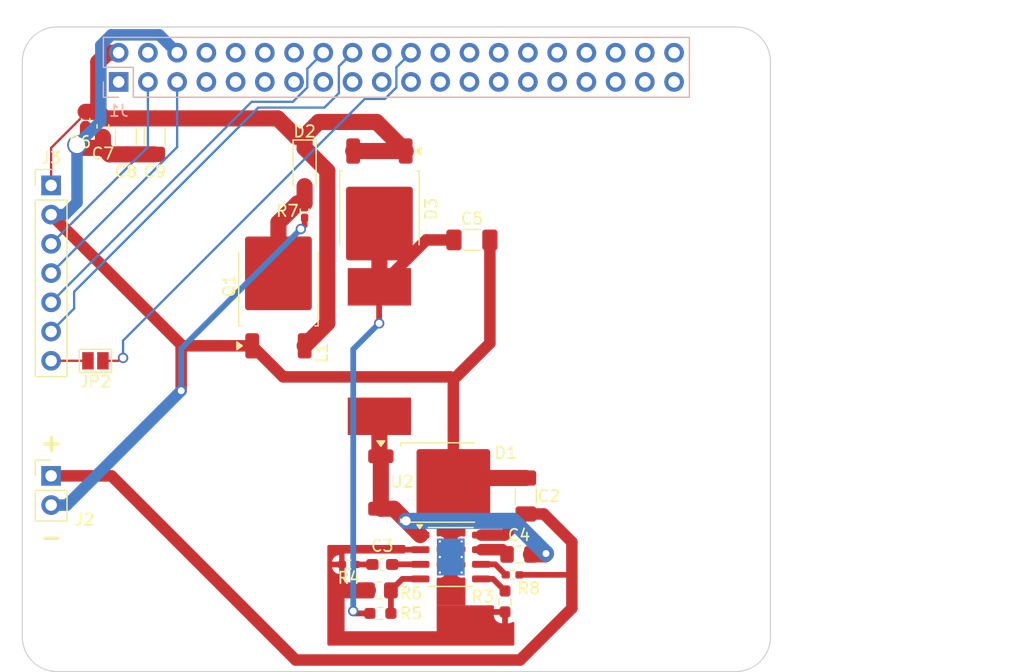
<source format=kicad_pcb>
(kicad_pcb (version 20241229) (generator "pcbnew") (generator_version "9.0")
  (title_block (date "15 nov 2012"))
  (layers (0 "F.Cu" signal) (2 "B.Cu" signal) (13 "F.Paste" user) (15 "B.Paste" user) (5 "F.SilkS" user "F.Silkscreen") (7 "B.SilkS" user "B.Silkscreen") (1 "F.Mask" user) (3 "B.Mask" user) (25 "Edge.Cuts" user))
  (net 0 "")
  (net 1 "GND")
  (net 2 "/GPIO2{slash}SDA1")
  (net 3 "/GPIO3{slash}SCL1")
  (net 4 "/GPIO4{slash}GPCLK0")
  (net 5 "/GPIO14{slash}TXD0")
  (net 6 "/GPIO15{slash}RXD0")
  (net 7 "/GPIO17")
  (net 8 "/GPIO18{slash}PCM.CLK")
  (net 9 "/GPIO27")
  (net 10 "/GPIO22")
  (net 11 "/GPIO23")
  (net 12 "/GPIO24")
  (net 13 "/GPIO10{slash}SPI0.MOSI")
  (net 14 "/GPIO9{slash}SPI0.MISO")
  (net 15 "/GPIO25")
  (net 16 "/GPIO11{slash}SPI0.SCLK")
  (net 17 "/GPIO8{slash}SPI0.CE0")
  (net 18 "/GPIO7{slash}SPI0.CE1")
  (net 19 "/ID_SDA")
  (net 20 "/ID_SCL")
  (net 21 "/GPIO5")
  (net 22 "/GPIO6")
  (net 23 "/GPIO12{slash}PWM0")
  (net 24 "/GPIO13{slash}PWM1")
  (net 25 "/GPIO19{slash}PCM.FS")
  (net 26 "/GPIO16")
  (net 27 "/GPIO26")
  (net 28 "/GPIO20{slash}PCM.DIN")
  (net 29 "/GPIO21{slash}PCM.DOUT")
  (net 30 "+5V")
  (net 31 "+3V3")
  (net 32 "Net-(J2-Pin_1)")
  (net 33 "Net-(C3-Pad2)")
  (net 34 "Net-(U2-VC)")
  (net 35 "Net-(D1-K)")
  (net 36 "Net-(U2-BST)")
  (net 37 "Net-(D2-A)")
  (net 38 "Net-(J3-Pin_7)")
  (net 39 "Net-(U2-RT)")
  (net 40 "Net-(U2-FB)")
  (net 41 "Net-(D3-A)")
  (net 42 "Net-(U2-EN)")
  (footprint "Resistor_SMD:R_0603_1608Metric_Pad0.98x0.95mm_HandSolder" (layer "F.Cu") (at 131.1125 94.95)
    (property "Reference" "R5" (at 2.6625 0 0) (layer "F.SilkS"))
    (property "Value" "3k")
    (fp_line (start -0.254724 -0.5225) (end 0.254724 -0.5225) (stroke (width 0.12)) (layer "F.SilkS"))
    (fp_line (start -0.254724 0.5225) (end 0.254724 0.5225) (stroke (width 0.12)) (layer "F.SilkS"))
    (pad "1" smd roundrect (at -0.9125 0) (size 0.975 0.95) (layers "F.Cu" "F.Mask" "F.Paste") (net 41 "Net-(D3-A)"))
    (pad "2" smd roundrect (at 0.9125 0) (size 0.975 0.95) (layers "F.Cu" "F.Mask" "F.Paste") (net 40 "Net-(U2-FB)"))
  )
  (footprint "MountingHole:MountingHole_2.7mm_M2.5" (layer "F.Cu") (at 149.5 84)
    (property "Reference" "REF**" (hide yes))
    (property "Value" "MountingHole_2.7mm_M2.5" (hide yes))
    (pad "" np_thru_hole circle (at 0 0) (size 2.7 2.7) (drill 2.7) (layers "*.Cu" "*.Mask"))
  )
  (footprint "MountingHole:MountingHole_2.7mm_M2.5" (layer "F.Cu") (at 161.5 47.5)
    (property "Reference" "MH2" (hide yes))
    (property "Value" "MountingHole_2.7mm_M2.5" (hide yes))
    (pad "" np_thru_hole circle (at 0 0) (size 2.7 2.7) (drill 2.7) (layers "*.Cu" "*.Mask"))
  )
  (footprint "Connector_PinHeader_2.54mm:PinHeader_1x02_P2.54mm_Vertical" (layer "F.Cu") (at 102.5 83)
    (property "Reference" "J2" (at 2.9 3.8 0) (layer "F.SilkS"))
    (property "Value" "12v")
    (fp_line (start -1.38 -1.38) (end 0 -1.38) (stroke (width 0.12)) (layer "F.SilkS"))
    (fp_line (start -1.38 0) (end -1.38 -1.38) (stroke (width 0.12)) (layer "F.SilkS"))
    (fp_line (start -1.38 1.27) (end -1.38 3.92) (stroke (width 0.12)) (layer "F.SilkS"))
    (fp_line (start -1.38 1.27) (end 1.38 1.27) (stroke (width 0.12)) (layer "F.SilkS"))
    (fp_line (start -1.38 3.92) (end 1.38 3.92) (stroke (width 0.12)) (layer "F.SilkS"))
    (fp_line (start 1.38 1.27) (end 1.38 3.92) (stroke (width 0.12)) (layer "F.SilkS"))
    (pad "1" thru_hole rect (at 0 0) (size 1.7 1.7) (drill 1) (layers "*.Cu" "*.Mask") (net 32 "Net-(J2-Pin_1)"))
    (pad "2" thru_hole circle (at 0 2.54) (size 1.7 1.7) (drill 1) (layers "*.Cu" "*.Mask") (net 1 "GND"))
  )
  (footprint "Capacitor_SMD:C_0402_1005Metric_Pad0.74x0.62mm_HandSolder" (layer "F.Cu") (at 105.5 52.07 -90)
    (property "Reference" "C6" (at 1.93 0.5 180) (layer "F.SilkS"))
    (property "Value" "0.1uF")
    (fp_line (start -0.115835 0.36) (end 0.115835 0.36) (stroke (width 0.12)) (layer "F.SilkS"))
    (fp_line (start -0.115835 -0.36) (end 0.115835 -0.36) (stroke (width 0.12)) (layer "F.SilkS"))
    (pad "1" smd roundrect (at -0.5675 0 270) (size 0.735 0.62) (layers "F.Cu" "F.Mask" "F.Paste") (net 30 "+5V"))
    (pad "2" smd roundrect (at 0.5675 0 270) (size 0.735 0.62) (layers "F.Cu" "F.Mask" "F.Paste") (net 1 "GND"))
  )
  (footprint "Resistor_SMD:R_0402_1005Metric_Pad0.72x0.64mm_HandSolder" (layer "F.Cu") (at 142.6 91.6 180)
    (property "Reference" "R8" (at -1.4075 -1.175 0) (layer "F.SilkS"))
    (property "Value" "100k")
    (fp_line (start -0.167621 0.38) (end 0.167621 0.38) (stroke (width 0.12)) (layer "F.SilkS"))
    (fp_line (start -0.167621 -0.38) (end 0.167621 -0.38) (stroke (width 0.12)) (layer "F.SilkS"))
    (pad "1" smd roundrect (at -0.5975 0 180) (size 0.715 0.64) (layers "F.Cu" "F.Mask" "F.Paste") (net 32 "Net-(J2-Pin_1)"))
    (pad "2" smd roundrect (at 0.5975 0 180) (size 0.715 0.64) (layers "F.Cu" "F.Mask" "F.Paste") (net 42 "Net-(U2-EN)"))
  )
  (footprint "Capacitor_SMD:C_1206_3216Metric_Pad1.33x1.80mm_HandSolder" (layer "F.Cu") (at 109 53.5 -90)
    (property "Reference" "C8" (at 3.0625 0 180) (layer "F.SilkS"))
    (property "Value" "10uF")
    (fp_line (start -0.711252 0.91) (end 0.711252 0.91) (stroke (width 0.12)) (layer "F.SilkS"))
    (fp_line (start -0.711252 -0.91) (end 0.711252 -0.91) (stroke (width 0.12)) (layer "F.SilkS"))
    (pad "1" smd roundrect (at -1.5625 0 270) (size 1.325 1.8) (layers "F.Cu" "F.Mask" "F.Paste") (roundrect_rratio 0.188679) (net 30 "+5V"))
    (pad "2" smd roundrect (at 1.5625 0 270) (size 1.325 1.8) (layers "F.Cu" "F.Mask" "F.Paste") (roundrect_rratio 0.188679) (net 1 "GND"))
  )
  (footprint "Resistor_SMD:R_0402_1005Metric_Pad0.72x0.64mm_HandSolder" (layer "F.Cu") (at 124.525 59.9775 -90)
    (property "Reference" "R7" (at 0 1.5 180) (layer "F.SilkS"))
    (property "Value" "1k")
    (fp_line (start -0.167621 0.38) (end 0.167621 0.38) (stroke (width 0.12)) (layer "F.SilkS"))
    (fp_line (start -0.167621 -0.38) (end 0.167621 -0.38) (stroke (width 0.12)) (layer "F.SilkS"))
    (pad "1" smd roundrect (at -0.5975 0 270) (size 0.715 0.64) (layers "F.Cu" "F.Mask" "F.Paste") (net 37 "Net-(D2-A)"))
    (pad "2" smd roundrect (at 0.5975 0 270) (size 0.715 0.64) (layers "F.Cu" "F.Mask" "F.Paste") (net 1 "GND"))
  )
  (footprint "Capacitor_SMD:C_0805_2012Metric_Pad1.18x1.45mm_HandSolder" (layer "F.Cu") (at 143.1525 89.825)
    (property "Reference" "C4" (at 0 -1.68 0) (layer "F.SilkS"))
    (property "Value" "0.1uF")
    (fp_line (start -0.261252 -0.735) (end 0.261252 -0.735) (stroke (width 0.12)) (layer "F.SilkS"))
    (fp_line (start -0.261252 0.735) (end 0.261252 0.735) (stroke (width 0.12)) (layer "F.SilkS"))
    (pad "1" smd roundrect (at -1.0375 0) (size 1.175 1.45) (layers "F.Cu" "F.Mask" "F.Paste") (roundrect_rratio 0.212766) (net 36 "Net-(U2-BST)"))
    (pad "2" smd roundrect (at 1.0375 0) (size 1.175 1.45) (layers "F.Cu" "F.Mask" "F.Paste") (roundrect_rratio 0.212766) (net 35 "Net-(D1-K)"))
  )
  (footprint "Package_TO_SOT_SMD:TO-252-2" (layer "F.Cu") (at 136.19 83.575)
    (property "Reference" "D1" (at 5.81 -2.575 0) (layer "F.SilkS"))
    (property "Value" "D_Schottky")
    (fp_line (start -3.31 -3.45) (end -3.31 -3.18) (stroke (width 0.12)) (layer "F.SilkS"))
    (fp_line (start -3.31 3.45) (end -3.31 3.18) (stroke (width 0.12)) (layer "F.SilkS"))
    (fp_line (start 3.11 -3.45) (end -3.31 -3.45) (stroke (width 0.12)) (layer "F.SilkS"))
    (fp_line (start 3.11 3.45) (end -3.31 3.45) (stroke (width 0.12)) (layer "F.SilkS"))
    (fp_poly (pts (xy -5.04 -3.14) (xy -5.38 -3.61) (xy -4.7 -3.61)) (stroke (width 0.12)) (fill yes) (layer "F.SilkS"))
    (pad "1" smd roundrect (at -5.04 -2.28) (size 2.2 1.2) (layers "F.Cu" "F.Mask" "F.Paste") (roundrect_rratio 0.208333) (net 35 "Net-(D1-K)"))
    (pad "2" smd roundrect (at 1.26 0) (size 6.4 5.8) (layers "F.Cu" "F.Mask") (roundrect_rratio 0.043103) (net 1 "GND"))
    (pad "3" smd roundrect (at -5.04 2.28) (size 2.2 1.2) (layers "F.Cu" "F.Mask" "F.Paste") (roundrect_rratio 0.208333))
  )
  (footprint "Diode_SMD:D_SOD-123" (layer "F.Cu") (at 124.525 56.175 -90)
    (property "Reference" "D2" (at -3.1 0 180) (layer "F.SilkS"))
    (property "Value" "D_Zener")
    (fp_line (start -2.36 1) (end 1.65 1) (stroke (width 0.12)) (layer "F.SilkS"))
    (fp_line (start -2.36 -1) (end -2.36 1) (stroke (width 0.12)) (layer "F.SilkS"))
    (fp_line (start -2.36 -1) (end 1.65 -1) (stroke (width 0.12)) (layer "F.SilkS"))
    (pad "1" smd roundrect (at -1.65 0 270) (size 0.9 1.2) (layers "F.Cu" "F.Mask" "F.Paste") (net 30 "+5V"))
    (pad "2" smd roundrect (at 1.65 0 270) (size 0.9 1.2) (layers "F.Cu" "F.Mask" "F.Paste") (net 37 "Net-(D2-A)"))
  )
  (footprint "Capacitor_SMD:C_0603_1608Metric_Pad1.08x0.95mm_HandSolder" (layer "F.Cu") (at 131.275 90.7 180)
    (property "Reference" "C3" (at 0 1.625 0) (layer "F.SilkS"))
    (property "Value" "6800pF")
    (fp_line (start -0.146267 0.51) (end 0.146267 0.51) (stroke (width 0.12)) (layer "F.SilkS"))
    (fp_line (start -0.146267 -0.51) (end 0.146267 -0.51) (stroke (width 0.12)) (layer "F.SilkS"))
    (pad "1" smd roundrect (at -0.8625 0 180) (size 1.075 0.95) (layers "F.Cu" "F.Mask" "F.Paste") (net 34 "Net-(U2-VC)"))
    (pad "2" smd roundrect (at 0.8625 0 180) (size 1.075 0.95) (layers "F.Cu" "F.Mask" "F.Paste") (net 33 "Net-(C3-Pad2)"))
  )
  (footprint "MountingHole:MountingHole_2.7mm_M2.5" (layer "F.Cu") (at 103.5 96.5)
    (property "Reference" "MH3" (hide yes))
    (property "Value" "MountingHole_2.7mm_M2.5" (hide yes))
    (pad "" np_thru_hole circle (at 0 0) (size 2.7 2.7) (drill 2.7) (layers "*.Cu" "*.Mask"))
  )
  (footprint "custom:125CDMCC Inductor" (layer "F.Cu") (at 131.025 72.325 90)
    (property "Reference" "L1" (at 0 -5 90) (layer "F.SilkS"))
    (property "Value" "33uH")
    (pad "1" smd rect (at -5.5 0 90) (size 3.25 5.5) (layers "F.Cu" "F.Mask" "F.Paste") (net 35 "Net-(D1-K)"))
    (pad "2" smd rect (at 5.75 0 90) (size 3.25 5.5) (layers "F.Cu" "F.Mask" "F.Paste") (net 41 "Net-(D3-A)"))
  )
  (footprint "Capacitor_SMD:C_0603_1608Metric_Pad1.08x0.95mm_HandSolder" (layer "F.Cu") (at 107 52.6375 -90)
    (property "Reference" "C7" (at 2.3625 0 180) (layer "F.SilkS"))
    (property "Value" "1uF")
    (fp_line (start -0.146267 0.51) (end 0.146267 0.51) (stroke (width 0.12)) (layer "F.SilkS"))
    (fp_line (start -0.146267 -0.51) (end 0.146267 -0.51) (stroke (width 0.12)) (layer "F.SilkS"))
    (pad "1" smd roundrect (at -0.8625 0 270) (size 1.075 0.95) (layers "F.Cu" "F.Mask" "F.Paste") (net 30 "+5V"))
    (pad "2" smd roundrect (at 0.8625 0 270) (size 1.075 0.95) (layers "F.Cu" "F.Mask" "F.Paste") (net 1 "GND"))
  )
  (footprint "MountingHole:MountingHole_2.7mm_M2.5" (layer "F.Cu") (at 103.5 47.5)
    (property "Reference" "MH1" (hide yes))
    (property "Value" "MountingHole_2.7mm_M2.5" (hide yes))
    (pad "" np_thru_hole circle (at 0 0) (size 2.7 2.7) (drill 2.7) (layers "*.Cu" "*.Mask"))
  )
  (footprint "Package_TO_SOT_SMD:TO-252-2" (layer "F.Cu") (at 131.025 59.815 -90)
    (property "Reference" "D3" (at 0 -4.5 90) (layer "F.SilkS"))
    (property "Value" "D_Schottky")
    (fp_line (start -3.31 3.45) (end -3.31 3.18) (stroke (width 0.12)) (layer "F.SilkS"))
    (fp_line (start 3.11 3.45) (end -3.31 3.45) (stroke (width 0.12)) (layer "F.SilkS"))
    (fp_line (start -3.31 -3.45) (end -3.31 -3.18) (stroke (width 0.12)) (layer "F.SilkS"))
    (fp_line (start 3.11 -3.45) (end -3.31 -3.45) (stroke (width 0.12)) (layer "F.SilkS"))
    (fp_poly (pts (xy -5.04 -3.14) (xy -5.38 -3.61) (xy -4.7 -3.61)) (stroke (width 0.12)) (fill yes) (layer "F.SilkS"))
    (pad "1" smd roundrect (at -5.04 -2.28 270) (size 2.2 1.2) (layers "F.Cu" "F.Mask" "F.Paste") (roundrect_rratio 0.208333) (net 30 "+5V"))
    (pad "2" smd roundrect (at 1.26 0 270) (size 6.4 5.8) (layers "F.Cu" "F.Mask") (roundrect_rratio 0.043103) (net 41 "Net-(D3-A)"))
    (pad "3" smd roundrect (at -5.04 2.28 270) (size 2.2 1.2) (layers "F.Cu" "F.Mask" "F.Paste") (roundrect_rratio 0.208333) (net 30 "+5V"))
  )
  (footprint "Package_TO_SOT_SMD:TO-252-2" (layer "F.Cu") (at 122.25 66.66 90)
    (property "Reference" "Q1" (at 0.185 -4.275 90) (layer "F.SilkS"))
    (property "Value" "2STD1665")
    (fp_line (start 3.11 -3.45) (end -3.31 -3.45) (stroke (width 0.12)) (layer "F.SilkS"))
    (fp_line (start -3.31 -3.45) (end -3.31 -3.18) (stroke (width 0.12)) (layer "F.SilkS"))
    (fp_line (start 3.11 3.45) (end -3.31 3.45) (stroke (width 0.12)) (layer "F.SilkS"))
    (fp_line (start -3.31 3.45) (end -3.31 3.18) (stroke (width 0.12)) (layer "F.SilkS"))
    (fp_poly (pts (xy -5.04 -3.14) (xy -5.38 -3.61) (xy -4.7 -3.61)) (stroke (width 0.12)) (fill yes) (layer "F.SilkS"))
    (pad "1" smd roundrect (at -5.04 -2.28 90) (size 2.2 1.2) (layers "F.Cu" "F.Mask" "F.Paste") (roundrect_rratio 0.208333) (net 1 "GND"))
    (pad "2" smd roundrect (at 1.26 0 90) (size 6.4 5.8) (layers "F.Cu" "F.Mask") (roundrect_rratio 0.043103) (net 37 "Net-(D2-A)"))
    (pad "3" smd roundrect (at -5.04 2.28 90) (size 2.2 1.2) (layers "F.Cu" "F.Mask" "F.Paste") (roundrect_rratio 0.208333) (net 30 "+5V"))
  )
  (footprint "MountingHole:MountingHole_2.7mm_M2.5" (layer "F.Cu") (at 115.5 60)
    (property "Reference" "REF**" (hide yes))
    (property "Value" "MountingHole_2.7mm_M2.5" (hide yes))
    (pad "" np_thru_hole circle (at 0 0) (size 2.7 2.7) (drill 2.7) (layers "*.Cu" "*.Mask"))
  )
  (footprint "Jumper:SolderJumper-2_P1.3mm_Open_Pad1.0x1.5mm" (layer "F.Cu") (at 106.35 73 180)
    (property "Reference" "JP2" (at 0 -1.8 0) (layer "F.SilkS"))
    (property "Value" "SolderJumper_2_Open")
    (fp_line (start 1.4 1) (end -1.4 1) (stroke (width 0.12)) (layer "F.SilkS"))
    (fp_line (start 1.4 -1) (end 1.4 1) (stroke (width 0.12)) (layer "F.SilkS"))
    (fp_line (start -1.4 1) (end -1.4 -1) (stroke (width 0.12)) (layer "F.SilkS"))
    (fp_line (start -1.4 -1) (end 1.4 -1) (stroke (width 0.12)) (layer "F.SilkS"))
    (pad "1" smd rect (at -0.65 0 180) (size 1 1.5) (layers "F.Cu" "F.Mask") (net 15 "/GPIO25"))
    (pad "2" smd rect (at 0.65 0 180) (size 1 1.5) (layers "F.Cu" "F.Mask") (net 38 "Net-(J3-Pin_7)"))
  )
  (footprint "Connector_PinHeader_2.54mm:PinHeader_1x07_P2.54mm_Vertical" (layer "F.Cu") (at 102.5 57.76)
    (property "Reference" "J3" (at 0 -2.38 0) (layer "F.SilkS"))
    (property "Value" "IMU")
    (fp_line (start -1.38 -1.38) (end 0 -1.38) (stroke (width 0.12)) (layer "F.SilkS"))
    (fp_line (start -1.38 0) (end -1.38 -1.38) (stroke (width 0.12)) (layer "F.SilkS"))
    (fp_line (start -1.38 1.27) (end -1.38 16.62) (stroke (width 0.12)) (layer "F.SilkS"))
    (fp_line (start -1.38 1.27) (end 1.38 1.27) (stroke (width 0.12)) (layer "F.SilkS"))
    (fp_line (start -1.38 16.62) (end 1.38 16.62) (stroke (width 0.12)) (layer "F.SilkS"))
    (fp_line (start 1.38 1.27) (end 1.38 16.62) (stroke (width 0.12)) (layer "F.SilkS"))
    (pad "1" thru_hole rect (at 0 0) (size 1.7 1.7) (drill 1) (layers "*.Cu" "*.Mask") (net 30 "+5V"))
    (pad "2" thru_hole circle (at 0 2.54) (size 1.7 1.7) (drill 1) (layers "*.Cu" "*.Mask") (net 1 "GND"))
    (pad "3" thru_hole circle (at 0 5.08) (size 1.7 1.7) (drill 1) (layers "*.Cu" "*.Mask") (net 2 "/GPIO2{slash}SDA1"))
    (pad "4" thru_hole circle (at 0 7.62) (size 1.7 1.7) (drill 1) (layers "*.Cu" "*.Mask") (net 3 "/GPIO3{slash}SCL1"))
    (pad "5" thru_hole circle (at 0 10.16) (size 1.7 1.7) (drill 1) (layers "*.Cu" "*.Mask") (net 11 "/GPIO23"))
    (pad "6" thru_hole circle (at 0 12.7) (size 1.7 1.7) (drill 1) (layers "*.Cu" "*.Mask") (net 12 "/GPIO24"))
    (pad "7" thru_hole circle (at 0 15.24) (size 1.7 1.7) (drill 1) (layers "*.Cu" "*.Mask") (net 38 "Net-(J3-Pin_7)"))
  )
  (footprint "MountingHole:MountingHole_2.7mm_M2.5" (layer "F.Cu") (at 161.5 96.5)
    (property "Reference" "MH4" (hide yes))
    (property "Value" "MountingHole_2.7mm_M2.5" (hide yes))
    (pad "" np_thru_hole circle (at 0 0) (size 2.7 2.7) (drill 2.7) (layers "*.Cu" "*.Mask"))
  )
  (footprint "MountingHole:MountingHole_2.7mm_M2.5" (layer "F.Cu") (at 115.5 84)
    (property "Reference" "REF**" (hide yes))
    (property "Value" "MountingHole_2.7mm_M2.5" (hide yes))
    (pad "" np_thru_hole circle (at 0 0) (size 2.7 2.7) (drill 2.7) (layers "*.Cu" "*.Mask"))
  )
  (footprint "Resistor_SMD:R_0402_1005Metric_Pad0.72x0.64mm_HandSolder" (layer "F.Cu") (at 128.3725 90.7 180)
    (property "Reference" "R4" (at 0 -1.17 0) (layer "F.SilkS"))
    (property "Value" "10k")
    (fp_line (start -0.167621 0.38) (end 0.167621 0.38) (stroke (width 0.12)) (layer "F.SilkS"))
    (fp_line (start -0.167621 -0.38) (end 0.167621 -0.38) (stroke (width 0.12)) (layer "F.SilkS"))
    (pad "1" smd roundrect (at -0.5975 0 180) (size 0.715 0.64) (layers "F.Cu" "F.Mask" "F.Paste") (net 33 "Net-(C3-Pad2)"))
    (pad "2" smd roundrect (at 0.5975 0 180) (size 0.715 0.64) (layers "F.Cu" "F.Mask" "F.Paste") (net 1 "GND"))
  )
  (footprint "Resistor_SMD:R_0805_2012Metric_Pad1.20x1.40mm_HandSolder" (layer "F.Cu") (at 131.025 92.95 180)
    (property "Reference" "R6" (at -2.75 -0.25 0) (layer "F.SilkS"))
    (property "Value" "0.75k")
    (fp_line (start -0.227064 0.735) (end 0.227064 0.735) (stroke (width 0.12)) (layer "F.SilkS"))
    (fp_line (start -0.227064 -0.735) (end 0.227064 -0.735) (stroke (width 0.12)) (layer "F.SilkS"))
    (pad "1" smd roundrect (at -1 0 180) (size 1.2 1.4) (layers "F.Cu" "F.Mask" "F.Paste") (roundrect_rratio 0.208333) (net 40 "Net-(U2-FB)"))
    (pad "2" smd roundrect (at 1 0 180) (size 1.2 1.4) (layers "F.Cu" "F.Mask" "F.Paste") (roundrect_rratio 0.208333) (net 1 "GND"))
  )
  (footprint "MountingHole:MountingHole_2.7mm_M2.5" (layer "F.Cu") (at 149.5 60)
    (property "Reference" "REF**" (hide yes))
    (property "Value" "MountingHole_2.7mm_M2.5" (hide yes))
    (pad "" np_thru_hole circle (at 0 0) (size 2.7 2.7) (drill 2.7) (layers "*.Cu" "*.Mask"))
  )
  (footprint "Capacitor_SMD:C_1206_3216Metric_Pad1.33x1.80mm_HandSolder" (layer "F.Cu") (at 139.0625 62.5)
    (property "Reference" "C5" (at 0 -1.85 0) (layer "F.SilkS"))
    (property "Value" "100uF")
    (fp_line (start -0.711252 -0.91) (end 0.711252 -0.91) (stroke (width 0.12)) (layer "F.SilkS"))
    (fp_line (start -0.711252 0.91) (end 0.711252 0.91) (stroke (width 0.12)) (layer "F.SilkS"))
    (pad "1" smd roundrect (at -1.5625 0) (size 1.325 1.8) (layers "F.Cu" "F.Mask" "F.Paste") (roundrect_rratio 0.188679) (net 41 "Net-(D3-A)"))
    (pad "2" smd roundrect (at 1.5625 0) (size 1.325 1.8) (layers "F.Cu" "F.Mask" "F.Paste") (roundrect_rratio 0.188679) (net 1 "GND"))
  )
  (footprint "Capacitor_SMD:C_1206_3216Metric_Pad1.33x1.80mm_HandSolder" (layer "F.Cu") (at 111.5 53.5 -90)
    (property "Reference" "C9" (at 3.0625 0 180) (layer "F.SilkS"))
    (property "Value" "100uF")
    (fp_line (start -0.711252 0.91) (end 0.711252 0.91) (stroke (width 0.12)) (layer "F.SilkS"))
    (fp_line (start -0.711252 -0.91) (end 0.711252 -0.91) (stroke (width 0.12)) (layer "F.SilkS"))
    (pad "1" smd roundrect (at -1.5625 0 270) (size 1.325 1.8) (layers "F.Cu" "F.Mask" "F.Paste") (roundrect_rratio 0.188679) (net 30 "+5V"))
    (pad "2" smd roundrect (at 1.5625 0 270) (size 1.325 1.8) (layers "F.Cu" "F.Mask" "F.Paste") (roundrect_rratio 0.188679) (net 1 "GND"))
  )
  (footprint "Package_SO:HTSOP-8-1EP_3.9x4.9mm_P1.27mm_EP2.4x3.2mm_ThermalVias" (layer "F.Cu") (at 137.225 90.05)
    (property "Reference" "U2" (at -4.225 -6.55 0) (layer "F.SilkS"))
    (property "Value" "BD9G341EFJ")
    (fp_line (start 0 -2.56) (end -1.95 -2.56) (stroke (width 0.12)) (layer "F.SilkS"))
    (fp_line (start 0 -2.56) (end 1.95 -2.56) (stroke (width 0.12)) (layer "F.SilkS"))
    (fp_line (start 0 2.56) (end -1.95 2.56) (stroke (width 0.12)) (layer "F.SilkS"))
    (fp_line (start 0 2.56) (end 1.95 2.56) (stroke (width 0.12)) (layer "F.SilkS"))
    (fp_poly (pts (xy -2.7 -2.465) (xy -2.94 -2.795) (xy -2.46 -2.795)) (stroke (width 0.12)) (fill yes) (layer "F.SilkS"))
    (pad "1" smd roundrect (at -2.65 -1.905) (size 1.6 0.6) (layers "F.Cu" "F.Mask" "F.Paste") (net 35 "Net-(D1-K)"))
    (pad "2" smd roundrect (at -2.65 -0.635) (size 1.6 0.6) (layers "F.Cu" "F.Mask" "F.Paste") (net 1 "GND"))
    (pad "3" smd roundrect (at -2.65 0.635) (size 1.6 0.6) (layers "F.Cu" "F.Mask" "F.Paste") (net 34 "Net-(U2-VC)"))
    (pad "4" smd roundrect (at -2.65 1.905) (size 1.6 0.6) (layers "F.Cu" "F.Mask" "F.Paste") (net 40 "Net-(U2-FB)"))
    (pad "5" smd roundrect (at 2.65 1.905) (size 1.6 0.6) (layers "F.Cu" "F.Mask" "F.Paste") (net 39 "Net-(U2-RT)"))
    (pad "6" smd roundrect (at 2.65 0.635) (size 1.6 0.6) (layers "F.Cu" "F.Mask" "F.Paste") (net 42 "Net-(U2-EN)"))
    (pad "7" smd roundrect (at 2.65 -0.635) (size 1.6 0.6) (layers "F.Cu" "F.Mask" "F.Paste") (net 36 "Net-(U2-BST)"))
    (pad "8" smd roundrect (at 2.65 -1.905) (size 1.6 0.6) (layers "F.Cu" "F.Mask" "F.Paste") (net 32 "Net-(J2-Pin_1)"))
    (pad "9" thru_hole circle (at -0.95 -1.35) (size 0.5 0.5) (drill 0.2) (property pad_prop_heatsink) (layers "*.Cu"))
    (pad "9" thru_hole circle (at -0.95 0) (size 0.5 0.5) (drill 0.2) (property pad_prop_heatsink) (layers "*.Cu"))
    (pad "9" thru_hole circle (at -0.95 1.35) (size 0.5 0.5) (drill 0.2) (property pad_prop_heatsink) (layers "*.Cu"))
    (pad "9" smd rect (at 0 0) (size 2.4 3.2) (property pad_prop_heatsink) (layers "F.Cu" "F.Mask") (net 1 "GND"))
    (pad "9" smd rect (at 0 0) (size 2.4 3.2) (property pad_prop_heatsink) (layers "B.Cu"))
    (pad "9" thru_hole circle (at 0.95 -1.35) (size 0.5 0.5) (drill 0.2) (property pad_prop_heatsink) (layers "*.Cu"))
    (pad "9" thru_hole circle (at 0.95 0) (size 0.5 0.5) (drill 0.2) (property pad_prop_heatsink) (layers "*.Cu"))
    (pad "9" thru_hole circle (at 0.95 1.35) (size 0.5 0.5) (drill 0.2) (property pad_prop_heatsink) (layers "*.Cu"))
  )
  (footprint "Capacitor_SMD:C_1206_3216Metric_Pad1.33x1.80mm_HandSolder" (layer "F.Cu") (at 143.75 84.75 90)
    (property "Reference" "C2" (at 0 2 180) (layer "F.SilkS"))
    (property "Value" "10uF")
    (fp_line (start -0.711252 -0.91) (end 0.711252 -0.91) (stroke (width 0.12)) (layer "F.SilkS"))
    (fp_line (start -0.711252 0.91) (end 0.711252 0.91) (stroke (width 0.12)) (layer "F.SilkS"))
    (pad "1" smd roundrect (at -1.5625 0 90) (size 1.325 1.8) (layers "F.Cu" "F.Mask" "F.Paste") (roundrect_rratio 0.188679) (net 32 "Net-(J2-Pin_1)"))
    (pad "2" smd roundrect (at 1.5625 0 90) (size 1.325 1.8) (layers "F.Cu" "F.Mask" "F.Paste") (roundrect_rratio 0.188679) (net 1 "GND"))
  )
  (footprint "Resistor_SMD:R_0603_1608Metric_Pad0.98x0.95mm_HandSolder" (layer "F.Cu") (at 141.94 93.9125 -90)
    (property "Reference" "R3" (at -0.4125 1.94 180) (layer "F.SilkS"))
    (property "Value" "47k")
    (fp_line (start -0.254724 0.5225) (end 0.254724 0.5225) (stroke (width 0.12)) (layer "F.SilkS"))
    (fp_line (start -0.254724 -0.5225) (end 0.254724 -0.5225) (stroke (width 0.12)) (layer "F.SilkS"))
    (pad "1" smd roundrect (at -0.9125 0 270) (size 0.975 0.95) (layers "F.Cu" "F.Mask" "F.Paste") (net 39 "Net-(U2-RT)"))
    (pad "2" smd roundrect (at 0.9125 0 270) (size 0.975 0.95) (layers "F.Cu" "F.Mask" "F.Paste") (net 1 "GND"))
  )
  (footprint "Connector_PinSocket_2.54mm:PinSocket_2x20_P2.54mm_Vertical" (layer "B.Cu") (at 108.37 48.77 -90)
    (property "Reference" "J1" (at 2.5 0 0) (layer "B.SilkS") (effects (justify mirror)))
    (property "Value" "GPIO")
    (fp_line (start -3.87 1.33) (end -1.27 1.33) (stroke (width 0.12)) (layer "B.SilkS"))
    (fp_line (start -3.87 1.33) (end -3.87 -49.59) (stroke (width 0.12)) (layer "B.SilkS"))
    (fp_line (start -1.27 1.33) (end -1.27 -1.27) (stroke (width 0.12)) (layer "B.SilkS"))
    (fp_line (start 0 1.33) (end 1.33 1.33) (stroke (width 0.12)) (layer "B.SilkS"))
    (fp_line (start 1.33 1.33) (end 1.33 0) (stroke (width 0.12)) (layer "B.SilkS"))
    (fp_line (start -1.27 -1.27) (end 1.33 -1.27) (stroke (width 0.12)) (layer "B.SilkS"))
    (fp_line (start 1.33 -1.27) (end 1.33 -49.59) (stroke (width 0.12)) (layer "B.SilkS"))
    (fp_line (start -3.87 -49.59) (end 1.33 -49.59) (stroke (width 0.12)) (layer "B.SilkS"))
    (pad "1" thru_hole rect (at 0 0 270) (size 1.7 1.7) (drill 1) (layers "*.Cu" "*.Mask") (net 31 "+3V3"))
    (pad "2" thru_hole oval (at -2.54 0 270) (size 1.7 1.7) (drill 1) (layers "*.Cu" "*.Mask") (net 30 "+5V"))
    (pad "3" thru_hole oval (at 0 -2.54 270) (size 1.7 1.7) (drill 1) (layers "*.Cu" "*.Mask") (net 2 "/GPIO2{slash}SDA1"))
    (pad "4" thru_hole oval (at -2.54 -2.54 270) (size 1.7 1.7) (drill 1) (layers "*.Cu" "*.Mask") (net 30 "+5V"))
    (pad "5" thru_hole oval (at 0 -5.08 270) (size 1.7 1.7) (drill 1) (layers "*.Cu" "*.Mask") (net 3 "/GPIO3{slash}SCL1"))
    (pad "6" thru_hole oval (at -2.54 -5.08 270) (size 1.7 1.7) (drill 1) (layers "*.Cu" "*.Mask") (net 1 "GND"))
    (pad "7" thru_hole oval (at 0 -7.62 270) (size 1.7 1.7) (drill 1) (layers "*.Cu" "*.Mask") (net 4 "/GPIO4{slash}GPCLK0"))
    (pad "8" thru_hole oval (at -2.54 -7.62 270) (size 1.7 1.7) (drill 1) (layers "*.Cu" "*.Mask") (net 5 "/GPIO14{slash}TXD0"))
    (pad "9" thru_hole oval (at 0 -10.16 270) (size 1.7 1.7) (drill 1) (layers "*.Cu" "*.Mask") (net 1 "GND"))
    (pad "10" thru_hole oval (at -2.54 -10.16 270) (size 1.7 1.7) (drill 1) (layers "*.Cu" "*.Mask") (net 6 "/GPIO15{slash}RXD0"))
    (pad "11" thru_hole oval (at 0 -12.7 270) (size 1.7 1.7) (drill 1) (layers "*.Cu" "*.Mask") (net 7 "/GPIO17"))
    (pad "12" thru_hole oval (at -2.54 -12.7 270) (size 1.7 1.7) (drill 1) (layers "*.Cu" "*.Mask") (net 8 "/GPIO18{slash}PCM.CLK"))
    (pad "13" thru_hole oval (at 0 -15.24 270) (size 1.7 1.7) (drill 1) (layers "*.Cu" "*.Mask") (net 9 "/GPIO27"))
    (pad "14" thru_hole oval (at -2.54 -15.24 270) (size 1.7 1.7) (drill 1) (layers "*.Cu" "*.Mask") (net 1 "GND"))
    (pad "15" thru_hole oval (at 0 -17.78 270) (size 1.7 1.7) (drill 1) (layers "*.Cu" "*.Mask") (net 10 "/GPIO22"))
    (pad "16" thru_hole oval (at -2.54 -17.78 270) (size 1.7 1.7) (drill 1) (layers "*.Cu" "*.Mask") (net 11 "/GPIO23"))
    (pad "17" thru_hole oval (at 0 -20.32 270) (size 1.7 1.7) (drill 1) (layers "*.Cu" "*.Mask") (net 31 "+3V3"))
    (pad "18" thru_hole oval (at -2.54 -20.32 270) (size 1.7 1.7) (drill 1) (layers "*.Cu" "*.Mask") (net 12 "/GPIO24"))
    (pad "19" thru_hole oval (at 0 -22.86 270) (size 1.7 1.7) (drill 1) (layers "*.Cu" "*.Mask") (net 13 "/GPIO10{slash}SPI0.MOSI"))
    (pad "20" thru_hole oval (at -2.54 -22.86 270) (size 1.7 1.7) (drill 1) (layers "*.Cu" "*.Mask") (net 1 "GND"))
    (pad "21" thru_hole oval (at 0 -25.4 270) (size 1.7 1.7) (drill 1) (layers "*.Cu" "*.Mask") (net 14 "/GPIO9{slash}SPI0.MISO"))
    (pad "22" thru_hole oval (at -2.54 -25.4 270) (size 1.7 1.7) (drill 1) (layers "*.Cu" "*.Mask") (net 15 "/GPIO25"))
    (pad "23" thru_hole oval (at 0 -27.94 270) (size 1.7 1.7) (drill 1) (layers "*.Cu" "*.Mask") (net 16 "/GPIO11{slash}SPI0.SCLK"))
    (pad "24" thru_hole oval (at -2.54 -27.94 270) (size 1.7 1.7) (drill 1) (layers "*.Cu" "*.Mask") (net 17 "/GPIO8{slash}SPI0.CE0"))
    (pad "25" thru_hole oval (at 0 -30.48 270) (size 1.7 1.7) (drill 1) (layers "*.Cu" "*.Mask") (net 1 "GND"))
    (pad "26" thru_hole oval (at -2.54 -30.48 270) (size 1.7 1.7) (drill 1) (layers "*.Cu" "*.Mask") (net 18 "/GPIO7{slash}SPI0.CE1"))
    (pad "27" thru_hole oval (at 0 -33.02 270) (size 1.7 1.7) (drill 1) (layers "*.Cu" "*.Mask") (net 19 "/ID_SDA"))
    (pad "28" thru_hole oval (at -2.54 -33.02 270) (size 1.7 1.7) (drill 1) (layers "*.Cu" "*.Mask") (net 20 "/ID_SCL"))
    (pad "29" thru_hole oval (at 0 -35.56 270) (size 1.7 1.7) (drill 1) (layers "*.Cu" "*.Mask") (net 21 "/GPIO5"))
    (pad "30" thru_hole oval (at -2.54 -35.56 270) (size 1.7 1.7) (drill 1) (layers "*.Cu" "*.Mask") (net 1 "GND"))
    (pad "31" thru_hole oval (at 0 -38.1 270) (size 1.7 1.7) (drill 1) (layers "*.Cu" "*.Mask") (net 22 "/GPIO6"))
    (pad "32" thru_hole oval (at -2.54 -38.1 270) (size 1.7 1.7) (drill 1) (layers "*.Cu" "*.Mask") (net 23 "/GPIO12{slash}PWM0"))
    (pad "33" thru_hole oval (at 0 -40.64 270) (size 1.7 1.7) (drill 1) (layers "*.Cu" "*.Mask") (net 24 "/GPIO13{slash}PWM1"))
    (pad "34" thru_hole oval (at -2.54 -40.64 270) (size 1.7 1.7) (drill 1) (layers "*.Cu" "*.Mask") (net 1 "GND"))
    (pad "35" thru_hole oval (at 0 -43.18 270) (size 1.7 1.7) (drill 1) (layers "*.Cu" "*.Mask") (net 25 "/GPIO19{slash}PCM.FS"))
    (pad "36" thru_hole oval (at -2.54 -43.18 270) (size 1.7 1.7) (drill 1) (layers "*.Cu" "*.Mask") (net 26 "/GPIO16"))
    (pad "37" thru_hole oval (at 0 -45.72 270) (size 1.7 1.7) (drill 1) (layers "*.Cu" "*.Mask") (net 27 "/GPIO26"))
    (pad "38" thru_hole oval (at -2.54 -45.72 270) (size 1.7 1.7) (drill 1) (layers "*.Cu" "*.Mask") (net 28 "/GPIO20{slash}PCM.DIN"))
    (pad "39" thru_hole oval (at 0 -48.26 270) (size 1.7 1.7) (drill 1) (layers "*.Cu" "*.Mask") (net 1 "GND"))
    (pad "40" thru_hole oval (at -2.54 -48.26 270) (size 1.7 1.7) (drill 1) (layers "*.Cu" "*.Mask") (net 29 "/GPIO21{slash}PCM.DOUT"))
  )
  (gr_arc (start 162 44) (mid 164.12132 44.87868) (end 165 47) (stroke (width 0.1)) (layer "Edge.Cuts"))
  (gr_line (start 165 97) (end 165 47) (stroke (width 0.1)) (layer "Edge.Cuts"))
  (gr_line (start 100 47) (end 100 63) (stroke (width 0.1)) (layer "Edge.Cuts"))
  (gr_line (start 100 63) (end 100 81) (stroke (width 0.1)) (layer "Edge.Cuts"))
  (gr_arc (start 103 100) (mid 100.87868 99.12132) (end 100 97) (stroke (width 0.1)) (layer "Edge.Cuts"))
  (gr_line (start 103 100) (end 162 100) (stroke (width 0.1)) (layer "Edge.Cuts"))
  (gr_arc (start 165 97) (mid 164.12132 99.12132) (end 162 100) (stroke (width 0.1)) (layer "Edge.Cuts"))
  (gr_arc (start 100 47) (mid 100.87868 44.87868) (end 103 44) (stroke (width 0.1)) (layer "Edge.Cuts"))
  (gr_line (start 100 81) (end 100 97) (stroke (width 0.1)) (layer "Edge.Cuts"))
  (gr_line (start 162 44) (end 103 44) (stroke (width 0.1)) (layer "Edge.Cuts"))
  (gr_text "+" (at 101.4 81 0) (layer "F.SilkS") (effects (font (size 1.5 1.5) (thickness 0.3) (bold yes)) (justify left bottom)))
  (gr_text "-" (at 101.4 89.2 0) (layer "F.SilkS") (effects (font (size 1.5 1.5) (thickness 0.3) (bold yes)) (justify left bottom)))
  (segment (start 127.5 93) (end 127.55 92.95) (width 1.4) (layer "F.Cu") (net 1))
  (segment (start 143.75 83.1875) (end 137.8375 83.1875) (width 1.4) (layer "F.Cu") (net 1))
  (segment (start 140.625 71.475) (end 140.625 62.5) (width 1) (layer "F.Cu") (net 1))
  (segment (start 137.8375 83.1875) (end 137.45 83.575) (width 1.4) (layer "F.Cu") (net 1))
  (segment (start 137.2 74.4) (end 137.45 74.65) (width 1) (layer "F.Cu") (net 1))
  (segment (start 107 54.5) (end 105 54.5) (width 1.4) (layer "F.Cu") (net 1))
  (segment (start 105.5 52.6375) (end 105.5 53.5) (width 1) (layer "F.Cu") (net 1))
  (segment (start 124.525 61.225) (end 124.2 61.55) (width 0.5) (layer "F.Cu") (net 1))
  (segment (start 109 55.0625) (end 107.5625 55.0625) (width 1.4) (layer "F.Cu") (net 1))
  (segment (start 137.45 74.65) (end 137.45 83.575) (width 1) (layer "F.Cu") (net 1))
  (segment (start 119.97 71.7) (end 122.67 74.4) (width 1) (layer "F.Cu") (net 1))
  (segment (start 111.5 55.0625) (end 109 55.0625) (width 1.4) (layer "F.Cu") (net 1))
  (segment (start 113.8 75.6) (end 113.8 71.8) (width 1) (layer "F.Cu") (net 1))
  (segment (start 137.45 74.65) (end 140.625 71.475) (width 1) (layer "F.Cu") (net 1))
  (segment (start 107.5625 55.0625) (end 107 54.5) (width 1.4) (layer "F.Cu") (net 1))
  (segment (start 138.0125 83.0125) (end 137.45 83.575) (width 1.4) (layer "F.Cu") (net 1))
  (segment (start 137.45 86.95) (end 137.5 87) (width 1.4) (layer "F.Cu") (net 1))
  (segment (start 113.9 71.7) (end 119.97 71.7) (width 1) (layer "F.Cu") (net 1))
  (segment (start 113.8 71.8) (end 113.9 71.7) (width 1) (layer "F.Cu") (net 1))
  (segment (start 107 54.5) (end 107 53.5385) (width 1.4) (layer "F.Cu") (net 1))
  (segment (start 122.67 74.4) (end 137.2 74.4) (width 1) (layer "F.Cu") (net 1))
  (segment (start 105.5 53.5) (end 104.75 54.25) (width 1) (layer "F.Cu") (net 1))
  (segment (start 137.45 83.575) (end 137.45 86.95) (width 1.4) (layer "F.Cu") (net 1))
  (segment (start 130.025 92.95) (end 127.55 92.95) (width 1.4) (layer "F.Cu") (net 1))
  (segment (start 102.5 60.3) (end 113.9 71.7) (width 1) (layer "F.Cu") (net 1))
  (segment (start 124.525 60.575) (end 124.525 61.225) (width 0.5) (layer "F.Cu") (net 1))
  (segment (start 105 54.5) (end 104.75 54.25) (width 1.4) (layer "F.Cu") (net 1))
  (via (at 113.8 75.6) (size 0.9) (drill 0.6) (layers "F.Cu" "B.Cu") (net 1))
  (via (at 104.75 54.25) (size 1.7) (drill 1.4) (layers "F.Cu" "B.Cu") (net 1))
  (via (at 124.2 61.55) (size 0.9) (drill 0.6) (layers "F.Cu" "B.Cu") (net 1))
  (segment (start 106.819 45.587554) (end 107.727554 44.679) (width 1) (layer "B.Cu") (net 1))
  (segment (start 103.86 85.54) (end 113.8 75.6) (width 1) (layer "B.Cu") (net 1))
  (segment (start 124.2 61.55) (end 113.8 71.95) (width 0.5) (layer "B.Cu") (net 1))
  (segment (start 104.75 54.25) (end 104.75 59.252081) (width 1) (layer "B.Cu") (net 1))
  (segment (start 104.75 54.25) (end 106.819 52.181) (width 1) (layer "B.Cu") (net 1))
  (segment (start 103.702081 60.3) (end 102.5 60.3) (width 1) (layer "B.Cu") (net 1))
  (segment (start 104.75 59.252081) (end 103.702081 60.3) (width 1) (layer "B.Cu") (net 1))
  (segment (start 102.5 85.54) (end 103.86 85.54) (width 1) (layer "B.Cu") (net 1))
  (segment (start 107.727554 44.679) (end 111.899 44.679) (width 1) (layer "B.Cu") (net 1))
  (segment (start 111.899 44.679) (end 113.45 46.23) (width 1) (layer "B.Cu") (net 1))
  (segment (start 113.8 71.95) (end 113.8 75.6) (width 0.5) (layer "B.Cu") (net 1))
  (segment (start 106.819 52.181) (end 106.819 45.587554) (width 1) (layer "B.Cu") (net 1))
  (segment (start 102.5 62.84) (end 110.91 54.43) (width 0.2) (layer "B.Cu") (net 2))
  (segment (start 110.91 54.43) (end 110.91 48.77) (width 0.2) (layer "B.Cu") (net 2))
  (segment (start 113.45 54.43) (end 113.45 48.77) (width 0.2) (layer "B.Cu") (net 3))
  (segment (start 102.5 65.38) (end 113.45 54.43) (width 0.2) (layer "B.Cu") (net 3))
  (segment (start 123.50776 50.5) (end 124.761 49.24676) (width 0.2) (layer "B.Cu") (net 11))
  (segment (start 102.5 67.92) (end 119.92 50.5) (width 0.2) (layer "B.Cu") (net 11))
  (segment (start 124.761 47.619) (end 126.15 46.23) (width 0.2) (layer "B.Cu") (net 11))
  (segment (start 119.92 50.5) (end 123.50776 50.5) (width 0.2) (layer "B.Cu") (net 11))
  (segment (start 124.761 49.24676) (end 124.761 47.619) (width 0.2) (layer "B.Cu") (net 11))
  (segment (start 104.5 68.46) (end 104.5 67) (width 0.2) (layer "B.Cu") (net 12))
  (segment (start 127.5 49.75) (end 127.5 47.42) (width 0.2) (layer "B.Cu") (net 12))
  (segment (start 127.5 47.42) (end 128.69 46.23) (width 0.2) (layer "B.Cu") (net 12))
  (segment (start 126.25 51) (end 127.5 49.75) (width 0.2) (layer "B.Cu") (net 12))
  (segment (start 120.5 51) (end 126.25 51) (width 0.2) (layer "B.Cu") (net 12))
  (segment (start 104.5 67) (end 120.5 51) (width 0.2) (layer "B.Cu") (net 12))
  (segment (start 102.5 70.46) (end 104.5 68.46) (width 0.2) (layer "B.Cu") (net 12))
  (segment (start 107 73) (end 108.5 73) (width 0.2) (layer "F.Cu") (net 15))
  (segment (start 108.5 73) (end 108.75 72.75) (width 0.2) (layer "F.Cu") (net 15))
  (via (at 108.75 72.75) (size 0.9) (drill 0.6) (layers "F.Cu" "B.Cu") (net 15))
  (segment (start 131.5 50.25) (end 132.5 49.25) (width 0.2) (layer "B.Cu") (net 15))
  (segment (start 132.5 47.5) (end 133.77 46.23) (width 0.2) (layer "B.Cu") (net 15))
  (segment (start 108.75 72.75) (end 108.75 71.25) (width 0.2) (layer "B.Cu") (net 15))
  (segment (start 132.5 49.25) (end 132.5 47.5) (width 0.2) (layer "B.Cu") (net 15))
  (segment (start 129.75 50.25) (end 131.5 50.25) (width 0.2) (layer "B.Cu") (net 15))
  (segment (start 108.75 71.25) (end 129.75 50.25) (width 0.2) (layer "B.Cu") (net 15))
  (segment (start 125.75 52.25) (end 124.5 53.5) (width 1.4) (layer "F.Cu") (net 30))
  (segment (start 105.5 51.5025) (end 102.5 54.5025) (width 0.2) (layer "F.Cu") (net 30))
  (segment (start 107.408 46.23) (end 108.37 46.23) (width 1.4) (layer "F.Cu") (net 30))
  (segment (start 102.5 54.5025) (end 102.5 57.76) (width 0.2) (layer "F.Cu") (net 30))
  (segment (start 107 51.775) (end 106.594 51.369) (width 1.4) (layer "F.Cu") (net 30))
  (segment (start 106.594 51.369) (end 105.5 51.369) (width 1.4) (layer "F.Cu") (net 30))
  (segment (start 124.5 53.5) (end 124.525 53.525) (width 1.4) (layer "F.Cu") (net 30))
  (segment (start 123.775 53.525) (end 122.1875 51.9375) (width 1.4) (layer "F.Cu") (net 30))
  (segment (start 107.1625 51.9375) (end 107 51.775) (width 1.4) (layer "F.Cu") (net 30))
  (segment (start 124.53 71.7) (end 126.5 69.73) (width 1.4) (layer "F.Cu") (net 30))
  (segment (start 133.305 54.775) (end 128.745 54.775) (width 1.4) (layer "F.Cu") (net 30))
  (segment (start 109 51.9375) (end 107.1625 51.9375) (width 1.4) (layer "F.Cu") (net 30))
  (segment (start 124.525 53.525) (end 123.775 53.525) (width 1.4) (layer "F.Cu") (net 30))
  (segment (start 130.78 52.25) (end 125.75 52.25) (width 1.4) (layer "F.Cu") (net 30))
  (segment (start 106.594 51.369) (end 106.594 47.044) (width 1.4) (layer "F.Cu") (net 30))
  (segment (start 122.1875 51.9375) (end 111.5 51.9375) (width 1.4) (layer "F.Cu") (net 30))
  (segment (start 126.5 69.73) (end 126.5 56.5) (width 1.4) (layer "F.Cu") (net 30))
  (segment (start 126.5 56.5) (end 124.525 54.525) (width 1.4) (layer "F.Cu") (net 30))
  (segment (start 111.5 51.9375) (end 109 51.9375) (width 1.4) (layer "F.Cu") (net 30))
  (segment (start 133.305 54.775) (end 130.78 52.25) (width 1.4) (layer "F.Cu") (net 30))
  (segment (start 124.525 53.525) (end 124.525 54.525) (width 1.4) (layer "F.Cu") (net 30))
  (segment (start 106.594 47.044) (end 107.408 46.23) (width 1.4) (layer "F.Cu") (net 30))
  (segment (start 143.25 99) (end 123.75 99) (width 1) (layer "F.Cu") (net 32))
  (segment (start 143.75 86.3125) (end 145.3125 86.3125) (width 1) (layer "F.Cu") (net 32))
  (segment (start 147.75 88.75) (end 147.75 91.75) (width 1) (layer "F.Cu") (net 32))
  (segment (start 147.75 94.5) (end 143.25 99) (width 1) (layer "F.Cu") (net 32))
  (segment (start 139.875 88.145) (end 141.9175 88.145) (width 1) (layer "F.Cu") (net 32))
  (segment (start 147.6 91.6) (end 147.75 91.75) (width 0.5) (layer "F.Cu") (net 32))
  (segment (start 147.575 91.575) (end 147.75 91.75) (width 0.5) (layer "F.Cu") (net 32))
  (segment (start 141.9175 88.145) (end 143.75 86.3125) (width 1) (layer "F.Cu") (net 32))
  (segment (start 123.75 99) (end 107.75 83) (width 1) (layer "F.Cu") (net 32))
  (segment (start 143.1975 91.6) (end 147.6 91.6) (width 0.5) (layer "F.Cu") (net 32))
  (segment (start 145.3125 86.3125) (end 147.75 88.75) (width 1) (layer "F.Cu") (net 32))
  (segment (start 147.75 91.75) (end 147.75 94.5) (width 1) (layer "F.Cu") (net 32))
  (segment (start 107.75 83) (end 102.5 83) (width 1) (layer "F.Cu") (net 32))
  (segment (start 130.4125 90.7) (end 128.97 90.7) (width 0.5) (layer "F.Cu") (net 33))
  (segment (start 134.575 90.685) (end 132.1525 90.685) (width 0.5) (layer "F.Cu") (net 34))
  (segment (start 132.1525 90.685) (end 132.1375 90.7) (width 0.5) (layer "F.Cu") (net 34))
  (segment (start 131.025 81.17) (end 131.15 81.295) (width 1.4) (layer "F.Cu") (net 35))
  (segment (start 145.425 89.825) (end 145.5 89.75) (width 1.4) (layer "F.Cu") (net 35))
  (segment (start 133.34 86.91) (end 134.575 88.145) (width 1.4) (layer "F.Cu") (net 35))
  (segment (start 131.15 81.295) (end 131.15 85.855) (width 1.4) (layer "F.Cu") (net 35))
  (segment (start 131.025 77.825) (end 131.025 81.17) (width 1.4) (layer "F.Cu") (net 35))
  (segment (start 132.285 85.855) (end 133.34 86.91) (width 1.4) (layer "F.Cu") (net 35))
  (segment (start 131.15 85.855) (end 132.285 85.855) (width 1.4) (layer "F.Cu") (net 35))
  (segment (start 144.19 89.825) (end 145.425 89.825) (width 1.4) (layer "F.Cu") (net 35))
  (via (at 145.5 89.75) (size 0.9) (drill 0.6) (layers "F.Cu" "B.Cu") (net 35))
  (via (at 133.34 86.91) (size 1) (drill 0.8) (layers "F.Cu" "B.Cu") (net 35))
  (segment (start 142.66 86.91) (end 133.34 86.91) (width 1.4) (layer "B.Cu") (net 35))
  (segment (start 145.5 89.75) (end 142.66 86.91) (width 1.4) (layer "B.Cu") (net 35))
  (segment (start 141.705 89.415) (end 142.115 89.825) (width 1) (layer "F.Cu") (net 36))
  (segment (start 139.875 89.415) (end 141.705 89.415) (width 1) (layer "F.Cu") (net 36))
  (segment (start 122.25 60.987586) (end 123.921086 59.3165) (width 1.4) (layer "F.Cu") (net 37))
  (segment (start 122.25 65.4) (end 122.25 60.987586) (width 1.4) (layer "F.Cu") (net 37))
  (segment (start 124.525 57.825) (end 124.525 59.3165) (width 1.4) (layer "F.Cu") (net 37))
  (segment (start 123.921086 59.3165) (end 124.525 59.3165) (width 1.4) (layer "F.Cu") (net 37))
  (segment (start 102.5 73) (end 105.7 73) (width 0.2) (layer "F.Cu") (net 38))
  (segment (start 139.875 91.955) (end 140.895 91.955) (width 0.5) (layer "F.Cu") (net 39))
  (segment (start 140.895 91.955) (end 141.94 93) (width 0.5) (layer "F.Cu") (net 39))
  (segment (start 132.025 92.95) (end 132.025 94.95) (width 0.5) (layer "F.Cu") (net 40))
  (segment (start 133.02 91.955) (end 132.025 92.95) (width 0.5) (layer "F.Cu") (net 40))
  (segment (start 134.575 91.955) (end 133.02 91.955) (width 0.5) (layer "F.Cu") (net 40))
  (segment (start 131 66.6) (end 131.025 66.575) (width 0.5) (layer "F.Cu") (net 41))
  (segment (start 128.95 94.95) (end 128.75 94.75) (width 0.5) (layer "F.Cu") (net 41))
  (segment (start 131.025 61.075) (end 131.025 66.575) (width 1.4) (layer "F.Cu") (net 41))
  (segment (start 131 69.75) (end 131 66.6) (width 0.5) (layer "F.Cu") (net 41))
  (segment (start 130.2 94.95) (end 128.95 94.95) (width 0.5) (layer "F.Cu") (net 41))
  (segment (start 131.025 66.575) (end 135.1 62.5) (width 1) (layer "F.Cu") (net 41))
  (segment (start 135.1 62.5) (end 137.5 62.5) (width 1) (layer "F.Cu") (net 41))
  (via (at 128.75 94.75) (size 0.9) (drill 0.6) (layers "F.Cu" "B.Cu") (net 41))
  (via (at 131 69.75) (size 0.9) (drill 0.6) (layers "F.Cu" "B.Cu") (net 41))
  (segment (start 128.75 72) (end 131 69.75) (width 0.5) (layer "B.Cu") (net 41))
  (segment (start 128.75 94.75) (end 128.75 72) (width 0.5) (layer "B.Cu") (net 41))
  (segment (start 139.875 90.685) (end 141.0875 90.685) (width 0.5) (layer "F.Cu") (net 42))
  (segment (start 141.0875 90.685) (end 142.0025 91.6) (width 0.5) (layer "F.Cu") (net 42))
  (zone (net 1) (net_name "GND") (layer "F.Cu") (priority 1) (connect_pads (clearance 0)) (min_thickness 0.25) (fill yes (thermal_gap 0.5) (thermal_bridge_width 0.5))
    (polygon (pts (xy 142.75 94.25) (xy 136 94.25) (xy 136 96.5) (xy 128 96.5) (xy 128 89.75) (xy 135.5 89.75) (xy 135.5 89) (xy 126.5 89) (xy 126.5 97.75) (xy 142.75 97.75)))
  )
  (zone (net 1) (net_name "GND") (layer "F.Cu") (connect_pads (clearance 0)) (min_thickness 0.25) (fill yes (thermal_gap 0.5) (thermal_bridge_width 0.5))
    (polygon (pts (xy 138.5 96.5) (xy 138.5 87) (xy 140.75 87) (xy 140.75 80.25) (xy 134 80.25) (xy 134 86.75) (xy 136 86.75) (xy 136 96.5)))
  )
)
</source>
